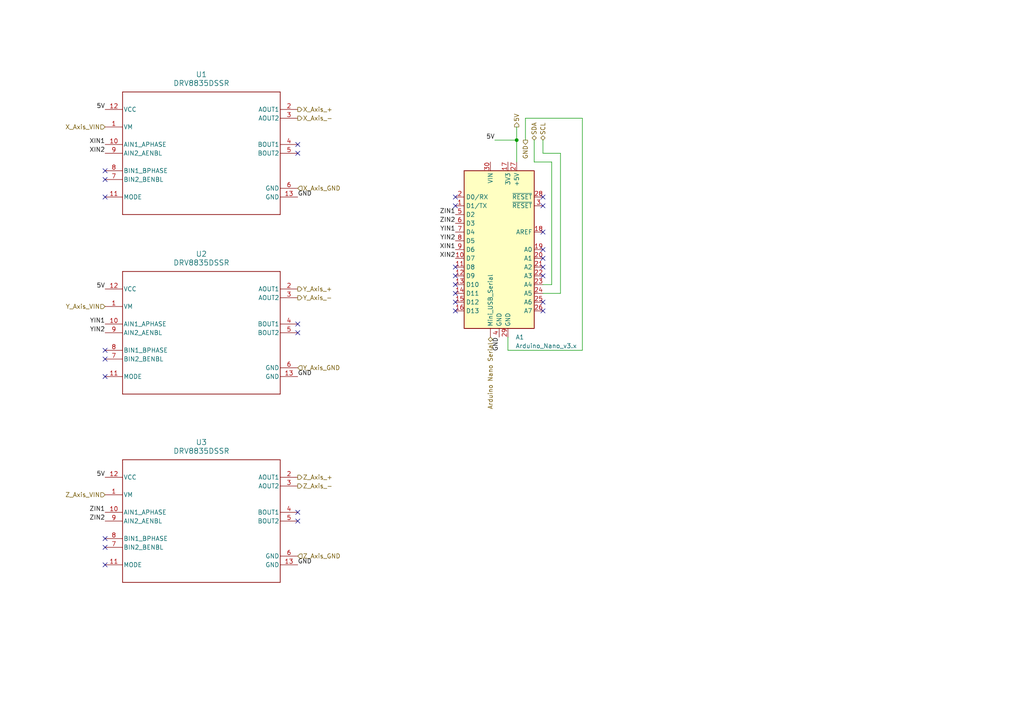
<source format=kicad_sch>
(kicad_sch (version 20231120) (generator "eeschema") (generator_version "8.0")
  (paper "A4")
  (lib_symbols
    (symbol "DRV8835 12-V, 1.5-A dual H-bridge motor driver:DRV8835DSSR" (pin_names (offset 0.254))
      (property "Reference" "U" (at 0 2.54 0))
      (property "Value" "DRV8835DSSR" (at 0 0 0))
      (symbol "DRV8835DSSR_0_1"
        (polyline (pts (xy -22.86 -17.78) (xy 22.86 -17.78)) (stroke (width 0.2032)))
        (polyline (pts (xy -22.86 17.78) (xy -22.86 -17.78)) (stroke (width 0.2032)))
        (polyline (pts (xy 22.86 -17.78) (xy 22.86 17.78)) (stroke (width 0.2032)))
        (polyline (pts (xy 22.86 17.78) (xy -22.86 17.78)) (stroke (width 0.2032)))
        (pin power_in line (at -27.94 7.62 0) (length 5.08) (name "VM") (number "1"))
        (pin input line (at -27.94 2.54 0) (length 5.08) (name "AIN1_APHASE") (number "10"))
        (pin input line (at -27.94 -12.7 0) (length 5.08) (name "MODE") (number "11"))
        (pin power_in line (at -27.94 12.7 0) (length 5.08) (name "VCC") (number "12"))
        (pin power_in line (at 27.94 -12.7 180) (length 5.08) (name "GND") (number "13"))
        (pin output line (at 27.94 12.7 180) (length 5.08) (name "AOUT1") (number "2"))
        (pin output line (at 27.94 10.16 180) (length 5.08) (name "AOUT2") (number "3"))
        (pin output line (at 27.94 2.54 180) (length 5.08) (name "BOUT1") (number "4"))
        (pin output line (at 27.94 0 180) (length 5.08) (name "BOUT2") (number "5"))
        (pin power_in line (at 27.94 -10.16 180) (length 5.08) (name "GND") (number "6"))
        (pin input line (at -27.94 -7.62 0) (length 5.08) (name "BIN2_BENBL") (number "7"))
        (pin input line (at -27.94 -5.08 0) (length 5.08) (name "BIN1_BPHASE") (number "8"))
        (pin input line (at -27.94 0 0) (length 5.08) (name "AIN2_AENBL") (number "9"))
      )
    )
    (symbol "MCU_Module:Arduino_Nano_v3.x"
      (property "Reference" "A1" (at 4.7341 -25.4 0))
      (property "Value" "Arduino_Nano_v3.x" (at 4.7341 -27.94 0))
      (symbol "Arduino_Nano_v3.x_0_1"
        (rectangle (start -10.16 22.86) (end 10.16 -22.86) (stroke (width 0.254)) (fill (type background)))
      )
      (symbol "Arduino_Nano_v3.x_1_1"
        (pin bidirectional line (at -2.54 -25.4 90) (length 2.54) (name "Mini_USB_Serial") (number ""))
        (pin bidirectional line (at -12.7 12.7 0) (length 2.54) (name "D1/TX") (number "1"))
        (pin bidirectional line (at -12.7 -2.54 0) (length 2.54) (name "D7") (number "10"))
        (pin bidirectional line (at -12.7 -5.08 0) (length 2.54) (name "D8") (number "11"))
        (pin bidirectional line (at -12.7 -7.62 0) (length 2.54) (name "D9") (number "12"))
        (pin bidirectional line (at -12.7 -10.16 0) (length 2.54) (name "D10") (number "13"))
        (pin bidirectional line (at -12.7 -12.7 0) (length 2.54) (name "D11") (number "14"))
        (pin bidirectional line (at -12.7 -15.24 0) (length 2.54) (name "D12") (number "15"))
        (pin bidirectional line (at -12.7 -17.78 0) (length 2.54) (name "D13") (number "16"))
        (pin power_out line (at 2.54 25.4 270) (length 2.54) (name "3V3") (number "17"))
        (pin input line (at 12.7 5.08 180) (length 2.54) (name "AREF") (number "18"))
        (pin bidirectional line (at 12.7 0 180) (length 2.54) (name "A0") (number "19"))
        (pin bidirectional line (at -12.7 15.24 0) (length 2.54) (name "D0/RX") (number "2"))
        (pin bidirectional line (at 12.7 -2.54 180) (length 2.54) (name "A1") (number "20"))
        (pin bidirectional line (at 12.7 -5.08 180) (length 2.54) (name "A2") (number "21"))
        (pin bidirectional line (at 12.7 -7.62 180) (length 2.54) (name "A3") (number "22"))
        (pin bidirectional line (at 12.7 -10.16 180) (length 2.54) (name "A4") (number "23"))
        (pin bidirectional line (at 12.7 -12.7 180) (length 2.54) (name "A5") (number "24"))
        (pin bidirectional line (at 12.7 -15.24 180) (length 2.54) (name "A6") (number "25"))
        (pin bidirectional line (at 12.7 -17.78 180) (length 2.54) (name "A7") (number "26"))
        (pin power_out line (at 5.08 25.4 270) (length 2.54) (name "+5V") (number "27"))
        (pin input line (at 12.7 15.24 180) (length 2.54) (name "~{RESET}") (number "28"))
        (pin power_in line (at 2.54 -25.4 90) (length 2.54) (name "GND") (number "29"))
        (pin input line (at 12.7 12.7 180) (length 2.54) (name "~{RESET}") (number "3"))
        (pin power_in line (at -2.54 25.4 270) (length 2.54) (name "VIN") (number "30"))
        (pin power_in line (at 0 -25.4 90) (length 2.54) (name "GND") (number "4"))
        (pin bidirectional line (at -12.7 10.16 0) (length 2.54) (name "D2") (number "5"))
        (pin bidirectional line (at -12.7 7.62 0) (length 2.54) (name "D3") (number "6"))
        (pin bidirectional line (at -12.7 5.08 0) (length 2.54) (name "D4") (number "7"))
        (pin bidirectional line (at -12.7 2.54 0) (length 2.54) (name "D5") (number "8"))
        (pin bidirectional line (at -12.7 0 0) (length 2.54) (name "D6") (number "9"))
      )
    )
  )
  (junction (at 149.86 40.64))
  (no_connect (at 157.48 74.93))
  (no_connect (at 30.48 52.07))
  (no_connect (at 157.48 67.31))
  (no_connect (at 132.08 77.47))
  (no_connect (at 30.48 49.53))
  (no_connect (at 30.48 101.6))
  (no_connect (at 86.36 148.59))
  (no_connect (at 157.48 77.47))
  (no_connect (at 132.08 85.09))
  (no_connect (at 30.48 104.14))
  (no_connect (at 157.48 59.69))
  (no_connect (at 30.48 109.22))
  (no_connect (at 132.08 57.15))
  (no_connect (at 132.08 90.17))
  (no_connect (at 157.48 57.15))
  (no_connect (at 30.48 163.83))
  (no_connect (at 30.48 158.75))
  (no_connect (at 157.48 80.01))
  (no_connect (at 132.08 82.55))
  (no_connect (at 86.36 93.98))
  (no_connect (at 86.36 41.91))
  (no_connect (at 157.48 87.63))
  (no_connect (at 132.08 80.01))
  (no_connect (at 86.36 44.45))
  (no_connect (at 86.36 96.52))
  (no_connect (at 132.08 87.63))
  (no_connect (at 157.48 90.17))
  (no_connect (at 86.36 151.13))
  (no_connect (at 157.48 72.39))
  (no_connect (at 132.08 59.69))
  (no_connect (at 30.48 57.15))
  (no_connect (at 30.48 156.21))
  (wire (pts (xy 168.91 34.29) (xy 152.4 34.29)))
  (wire (pts (xy 157.48 82.55) (xy 160.02 82.55)))
  (wire (pts (xy 143.51 40.64) (xy 149.86 40.64)))
  (wire (pts (xy 162.56 85.09) (xy 162.56 44.45)))
  (wire (pts (xy 152.4 34.29) (xy 152.4 40.64)))
  (wire (pts (xy 157.48 85.09) (xy 162.56 85.09)))
  (wire (pts (xy 154.94 46.99) (xy 154.94 40.64)))
  (wire (pts (xy 149.86 36.83) (xy 149.86 40.64)))
  (wire (pts (xy 149.86 40.64) (xy 149.86 46.99)))
  (wire (pts (xy 168.91 101.6) (xy 168.91 34.29)))
  (wire (pts (xy 160.02 46.99) (xy 154.94 46.99)))
  (wire (pts (xy 147.32 97.79) (xy 147.32 101.6)))
  (wire (pts (xy 147.32 101.6) (xy 168.91 101.6)))
  (wire (pts (xy 157.48 44.45) (xy 157.48 40.64)))
  (wire (pts (xy 162.56 44.45) (xy 157.48 44.45)))
  (wire (pts (xy 160.02 82.55) (xy 160.02 46.99)))
  (label "GND" (at 86.36 163.83 0))
  (label "YIN2" (at 30.48 96.52 180))
  (label "XIN1" (at 132.08 72.39 180))
  (label "XIN2" (at 30.48 44.45 180))
  (label "5V" (at 30.48 83.82 180))
  (label "GND" (at 86.36 57.15 0))
  (label "XIN2" (at 132.08 74.93 180))
  (label "YIN1" (at 30.48 93.98 180))
  (label "GND" (at 86.36 109.22 0))
  (label "5V" (at 30.48 138.43 180))
  (label "GND" (at 144.78 97.79 270))
  (label "ZIN2" (at 30.48 151.13 180))
  (label "YIN2" (at 132.08 69.85 180))
  (label "5V" (at 143.51 40.64 180))
  (label "ZIN1" (at 30.48 148.59 180))
  (label "ZIN1" (at 132.08 62.23 180))
  (label "XIN1" (at 30.48 41.91 180))
  (label "ZIN2" (at 132.08 64.77 180))
  (label "YIN1" (at 132.08 67.31 180))
  (label "5V" (at 30.48 31.75 180))
  (hierarchical_label "5V" (shape output) (at 149.86 36.83 90))
  (hierarchical_label "Y_Axis_+" (shape output) (at 86.36 83.82 0))
  (hierarchical_label "Z_Axis_GND" (shape input) (at 86.36 161.29 0))
  (hierarchical_label "Y_Axis_GND" (shape input) (at 86.36 106.68 0))
  (hierarchical_label "Z_Axis_VIN" (shape input) (at 30.48 143.51 180))
  (hierarchical_label "X_Axis_GND" (shape input) (at 86.36 54.61 0))
  (hierarchical_label "Y_Axis_VIN" (shape input) (at 30.48 88.9 180))
  (hierarchical_label "Y_Axis_-" (shape output) (at 86.36 86.36 0))
  (hierarchical_label "X_Axis_-" (shape output) (at 86.36 34.29 0))
  (hierarchical_label "GND" (shape output) (at 152.4 40.64 270))
  (hierarchical_label "SCL" (shape bidirectional) (at 157.48 40.64 90))
  (hierarchical_label "SDA" (shape bidirectional) (at 154.94 40.64 90))
  (hierarchical_label "Arduino Nano Serial" (shape bidirectional) (at 142.24 97.79 270))
  (hierarchical_label "X_Axis_VIN" (shape input) (at 30.48 36.83 180))
  (hierarchical_label "Z_Axis_+" (shape output) (at 86.36 138.43 0))
  (hierarchical_label "Z_Axis_-" (shape output) (at 86.36 140.97 0))
  (hierarchical_label "X_Axis_+" (shape output) (at 86.36 31.75 0))
  (symbol (lib_id "DRV8835 12-V, 1.5-A dual H-bridge motor driver:DRV8835DSSR") (at 58.42 44.45 0) (unit 1)
    (property "Reference" "U1" (at 58.42 21.59 0) (effects (font (size 1.524 1.524))))
    (property "Value" "DRV8835DSSR" (at 58.42 24.13 0) (effects (font (size 1.524 1.524))))
    (property "Footprint" "DSS0012A" (effects (hide yes)))
    (property "Datasheet" "DRV8835DSSR" (effects (hide yes)))
  )
  (symbol (lib_id "MCU_Module:Arduino_Nano_v3.x") (at 144.78 72.39 0) (unit 1)
    (property "Reference" "A1" (at 149.5141 97.79 0) (effects (justify left)))
    (property "Value" "Arduino_Nano_v3.x" (at 149.5141 100.33 0) (effects (justify left)))
    (property "Footprint" "Module:Arduino_Nano" (effects (hide yes)))
    (property "Datasheet" "http://www.mouser.com/pdfdocs/Gravitech_Arduino_Nano3_0.pdf" (effects (hide yes)))
    (property "Description" "Arduino Nano v3.x" (effects (hide yes)))
  )
  (symbol (lib_id "DRV8835 12-V, 1.5-A dual H-bridge motor driver:DRV8835DSSR") (at 58.42 96.52 0) (unit 1)
    (property "Reference" "U2" (at 58.42 73.66 0) (effects (font (size 1.524 1.524))))
    (property "Value" "DRV8835DSSR" (at 58.42 76.2 0) (effects (font (size 1.524 1.524))))
    (property "Footprint" "DSS0012A" (effects (hide yes)))
    (property "Datasheet" "DRV8835DSSR" (effects (hide yes)))
  )
  (symbol (lib_id "DRV8835 12-V, 1.5-A dual H-bridge motor driver:DRV8835DSSR") (at 58.42 151.13 0) (unit 1)
    (property "Reference" "U3" (at 58.42 128.27 0) (effects (font (size 1.524 1.524))))
    (property "Value" "DRV8835DSSR" (at 58.42 130.81 0) (effects (font (size 1.524 1.524))))
    (property "Footprint" "DSS0012A" (effects (hide yes)))
    (property "Datasheet" "DRV8835DSSR" (effects (hide yes)))
  )
)
</source>
